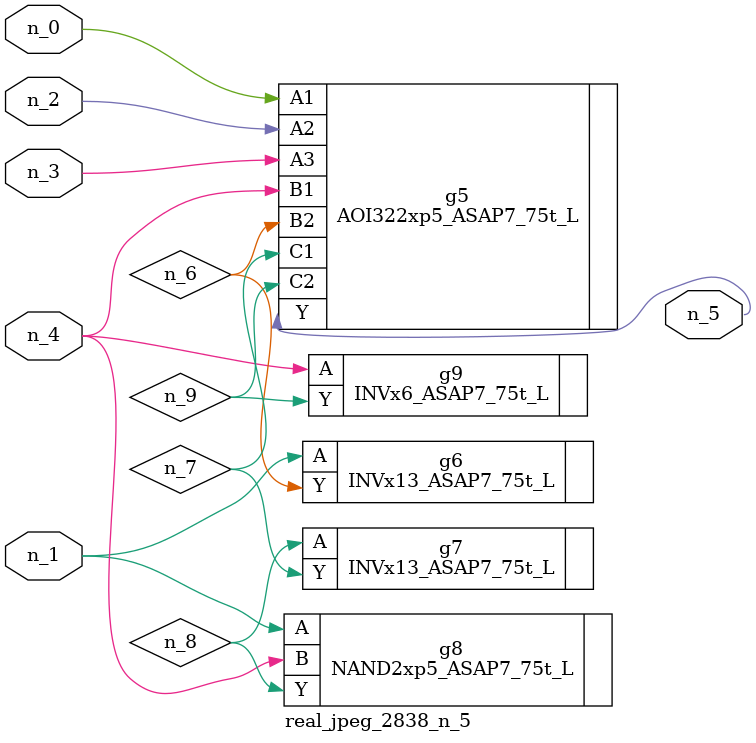
<source format=v>
module real_jpeg_2838_n_5 (n_4, n_0, n_1, n_2, n_3, n_5);

input n_4;
input n_0;
input n_1;
input n_2;
input n_3;

output n_5;

wire n_8;
wire n_6;
wire n_7;
wire n_9;

AOI322xp5_ASAP7_75t_L g5 ( 
.A1(n_0),
.A2(n_2),
.A3(n_3),
.B1(n_4),
.B2(n_6),
.C1(n_7),
.C2(n_9),
.Y(n_5)
);

INVx13_ASAP7_75t_L g6 ( 
.A(n_1),
.Y(n_6)
);

NAND2xp5_ASAP7_75t_L g8 ( 
.A(n_1),
.B(n_4),
.Y(n_8)
);

INVx6_ASAP7_75t_L g9 ( 
.A(n_4),
.Y(n_9)
);

INVx13_ASAP7_75t_L g7 ( 
.A(n_8),
.Y(n_7)
);


endmodule
</source>
